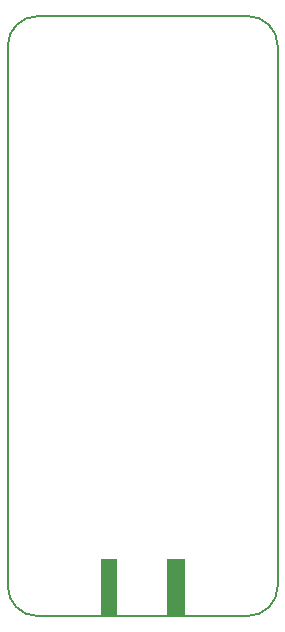
<source format=gbp>
G04 #@! TF.GenerationSoftware,KiCad,Pcbnew,(5.1.8)-1*
G04 #@! TF.CreationDate,2021-04-09T02:34:17+02:00*
G04 #@! TF.ProjectId,Penguino-STM32WL-M,50656e67-7569-46e6-9f2d-53544d333257,0.1*
G04 #@! TF.SameCoordinates,Original*
G04 #@! TF.FileFunction,Paste,Bot*
G04 #@! TF.FilePolarity,Positive*
%FSLAX46Y46*%
G04 Gerber Fmt 4.6, Leading zero omitted, Abs format (unit mm)*
G04 Created by KiCad (PCBNEW (5.1.8)-1) date 2021-04-09 02:34:17*
%MOMM*%
%LPD*%
G01*
G04 APERTURE LIST*
G04 #@! TA.AperFunction,Profile*
%ADD10C,0.150000*%
G04 #@! TD*
%ADD11R,1.350000X4.700000*%
%ADD12R,1.500000X4.700000*%
G04 APERTURE END LIST*
D10*
X127000000Y-119380000D02*
G75*
G02*
X124460000Y-116840000I0J2540000D01*
G01*
X147320000Y-116840000D02*
G75*
G02*
X144780000Y-119380000I-2540000J0D01*
G01*
X144780000Y-68580000D02*
G75*
G02*
X147320000Y-71120000I0J-2540000D01*
G01*
X124460000Y-71120000D02*
G75*
G02*
X127000000Y-68580000I2540000J0D01*
G01*
X124460000Y-116840000D02*
X124460000Y-71120000D01*
X144780000Y-119380000D02*
X127000000Y-119380000D01*
X147320000Y-71120000D02*
X147320000Y-116840000D01*
X127000000Y-68580000D02*
X144780000Y-68580000D01*
D11*
X133065000Y-116880000D03*
D12*
X138715000Y-116880000D03*
M02*

</source>
